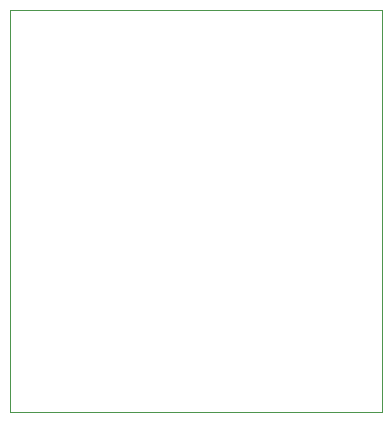
<source format=gbr>
%TF.GenerationSoftware,KiCad,Pcbnew,8.0.5*%
%TF.CreationDate,2024-12-29T01:36:03+03:00*%
%TF.ProjectId,DC to AC CD4047,44432074-6f20-4414-9320-434434303437,v01*%
%TF.SameCoordinates,Original*%
%TF.FileFunction,Profile,NP*%
%FSLAX46Y46*%
G04 Gerber Fmt 4.6, Leading zero omitted, Abs format (unit mm)*
G04 Created by KiCad (PCBNEW 8.0.5) date 2024-12-29 01:36:03*
%MOMM*%
%LPD*%
G01*
G04 APERTURE LIST*
%TA.AperFunction,Profile*%
%ADD10C,0.050000*%
%TD*%
G04 APERTURE END LIST*
D10*
X123000000Y-64500000D02*
X154500000Y-64500000D01*
X154500000Y-98500000D01*
X123000000Y-98500000D01*
X123000000Y-64500000D01*
M02*

</source>
